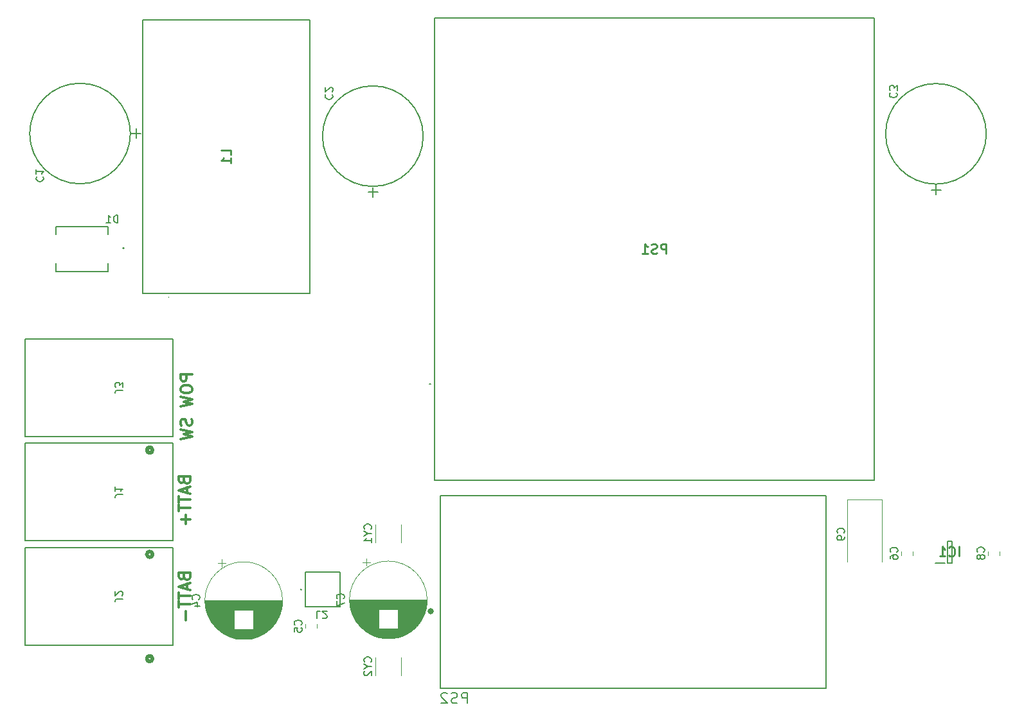
<source format=gbr>
%TF.GenerationSoftware,KiCad,Pcbnew,7.0.8*%
%TF.CreationDate,2023-12-07T15:37:41-07:00*%
%TF.ProjectId,GR-LRR-POWER-PCB,47522d4c-5252-42d5-904f-5745522d5043,rev?*%
%TF.SameCoordinates,Original*%
%TF.FileFunction,Legend,Bot*%
%TF.FilePolarity,Positive*%
%FSLAX46Y46*%
G04 Gerber Fmt 4.6, Leading zero omitted, Abs format (unit mm)*
G04 Created by KiCad (PCBNEW 7.0.8) date 2023-12-07 15:37:41*
%MOMM*%
%LPD*%
G01*
G04 APERTURE LIST*
%ADD10C,0.300000*%
%ADD11C,0.254000*%
%ADD12C,0.150000*%
%ADD13C,0.200000*%
%ADD14C,0.120000*%
%ADD15C,0.152400*%
%ADD16C,0.508000*%
%ADD17C,0.100000*%
%ADD18C,0.127000*%
%ADD19C,0.400000*%
G04 APERTURE END LIST*
D10*
X40813114Y-96602510D02*
X40884542Y-96816796D01*
X40884542Y-96816796D02*
X40955971Y-96888225D01*
X40955971Y-96888225D02*
X41098828Y-96959653D01*
X41098828Y-96959653D02*
X41313114Y-96959653D01*
X41313114Y-96959653D02*
X41455971Y-96888225D01*
X41455971Y-96888225D02*
X41527400Y-96816796D01*
X41527400Y-96816796D02*
X41598828Y-96673939D01*
X41598828Y-96673939D02*
X41598828Y-96102510D01*
X41598828Y-96102510D02*
X40098828Y-96102510D01*
X40098828Y-96102510D02*
X40098828Y-96602510D01*
X40098828Y-96602510D02*
X40170257Y-96745368D01*
X40170257Y-96745368D02*
X40241685Y-96816796D01*
X40241685Y-96816796D02*
X40384542Y-96888225D01*
X40384542Y-96888225D02*
X40527400Y-96888225D01*
X40527400Y-96888225D02*
X40670257Y-96816796D01*
X40670257Y-96816796D02*
X40741685Y-96745368D01*
X40741685Y-96745368D02*
X40813114Y-96602510D01*
X40813114Y-96602510D02*
X40813114Y-96102510D01*
X41170257Y-97531082D02*
X41170257Y-98245368D01*
X41598828Y-97388225D02*
X40098828Y-97888225D01*
X40098828Y-97888225D02*
X41598828Y-98388225D01*
X40098828Y-98673939D02*
X40098828Y-99531082D01*
X41598828Y-99102510D02*
X40098828Y-99102510D01*
X40098828Y-99816796D02*
X40098828Y-100673939D01*
X41598828Y-100245367D02*
X40098828Y-100245367D01*
X41027400Y-101173938D02*
X41027400Y-102316796D01*
X41852828Y-69940510D02*
X40352828Y-69940510D01*
X40352828Y-69940510D02*
X40352828Y-70511939D01*
X40352828Y-70511939D02*
X40424257Y-70654796D01*
X40424257Y-70654796D02*
X40495685Y-70726225D01*
X40495685Y-70726225D02*
X40638542Y-70797653D01*
X40638542Y-70797653D02*
X40852828Y-70797653D01*
X40852828Y-70797653D02*
X40995685Y-70726225D01*
X40995685Y-70726225D02*
X41067114Y-70654796D01*
X41067114Y-70654796D02*
X41138542Y-70511939D01*
X41138542Y-70511939D02*
X41138542Y-69940510D01*
X40352828Y-71726225D02*
X40352828Y-72011939D01*
X40352828Y-72011939D02*
X40424257Y-72154796D01*
X40424257Y-72154796D02*
X40567114Y-72297653D01*
X40567114Y-72297653D02*
X40852828Y-72369082D01*
X40852828Y-72369082D02*
X41352828Y-72369082D01*
X41352828Y-72369082D02*
X41638542Y-72297653D01*
X41638542Y-72297653D02*
X41781400Y-72154796D01*
X41781400Y-72154796D02*
X41852828Y-72011939D01*
X41852828Y-72011939D02*
X41852828Y-71726225D01*
X41852828Y-71726225D02*
X41781400Y-71583368D01*
X41781400Y-71583368D02*
X41638542Y-71440510D01*
X41638542Y-71440510D02*
X41352828Y-71369082D01*
X41352828Y-71369082D02*
X40852828Y-71369082D01*
X40852828Y-71369082D02*
X40567114Y-71440510D01*
X40567114Y-71440510D02*
X40424257Y-71583368D01*
X40424257Y-71583368D02*
X40352828Y-71726225D01*
X40352828Y-72869082D02*
X41852828Y-73226225D01*
X41852828Y-73226225D02*
X40781400Y-73511939D01*
X40781400Y-73511939D02*
X41852828Y-73797654D01*
X41852828Y-73797654D02*
X40352828Y-74154797D01*
X41781400Y-75797654D02*
X41852828Y-76011940D01*
X41852828Y-76011940D02*
X41852828Y-76369082D01*
X41852828Y-76369082D02*
X41781400Y-76511940D01*
X41781400Y-76511940D02*
X41709971Y-76583368D01*
X41709971Y-76583368D02*
X41567114Y-76654797D01*
X41567114Y-76654797D02*
X41424257Y-76654797D01*
X41424257Y-76654797D02*
X41281400Y-76583368D01*
X41281400Y-76583368D02*
X41209971Y-76511940D01*
X41209971Y-76511940D02*
X41138542Y-76369082D01*
X41138542Y-76369082D02*
X41067114Y-76083368D01*
X41067114Y-76083368D02*
X40995685Y-75940511D01*
X40995685Y-75940511D02*
X40924257Y-75869082D01*
X40924257Y-75869082D02*
X40781400Y-75797654D01*
X40781400Y-75797654D02*
X40638542Y-75797654D01*
X40638542Y-75797654D02*
X40495685Y-75869082D01*
X40495685Y-75869082D02*
X40424257Y-75940511D01*
X40424257Y-75940511D02*
X40352828Y-76083368D01*
X40352828Y-76083368D02*
X40352828Y-76440511D01*
X40352828Y-76440511D02*
X40424257Y-76654797D01*
X40352828Y-77154796D02*
X41852828Y-77511939D01*
X41852828Y-77511939D02*
X40781400Y-77797653D01*
X40781400Y-77797653D02*
X41852828Y-78083368D01*
X41852828Y-78083368D02*
X40352828Y-78440511D01*
X40813114Y-83902510D02*
X40884542Y-84116796D01*
X40884542Y-84116796D02*
X40955971Y-84188225D01*
X40955971Y-84188225D02*
X41098828Y-84259653D01*
X41098828Y-84259653D02*
X41313114Y-84259653D01*
X41313114Y-84259653D02*
X41455971Y-84188225D01*
X41455971Y-84188225D02*
X41527400Y-84116796D01*
X41527400Y-84116796D02*
X41598828Y-83973939D01*
X41598828Y-83973939D02*
X41598828Y-83402510D01*
X41598828Y-83402510D02*
X40098828Y-83402510D01*
X40098828Y-83402510D02*
X40098828Y-83902510D01*
X40098828Y-83902510D02*
X40170257Y-84045368D01*
X40170257Y-84045368D02*
X40241685Y-84116796D01*
X40241685Y-84116796D02*
X40384542Y-84188225D01*
X40384542Y-84188225D02*
X40527400Y-84188225D01*
X40527400Y-84188225D02*
X40670257Y-84116796D01*
X40670257Y-84116796D02*
X40741685Y-84045368D01*
X40741685Y-84045368D02*
X40813114Y-83902510D01*
X40813114Y-83902510D02*
X40813114Y-83402510D01*
X41170257Y-84831082D02*
X41170257Y-85545368D01*
X41598828Y-84688225D02*
X40098828Y-85188225D01*
X40098828Y-85188225D02*
X41598828Y-85688225D01*
X40098828Y-85973939D02*
X40098828Y-86831082D01*
X41598828Y-86402510D02*
X40098828Y-86402510D01*
X40098828Y-87116796D02*
X40098828Y-87973939D01*
X41598828Y-87545367D02*
X40098828Y-87545367D01*
X41027400Y-88473938D02*
X41027400Y-89616796D01*
X41598828Y-89045367D02*
X40455971Y-89045367D01*
D11*
X104300143Y-53978318D02*
X104300143Y-52708318D01*
X104300143Y-52708318D02*
X103816333Y-52708318D01*
X103816333Y-52708318D02*
X103695381Y-52768794D01*
X103695381Y-52768794D02*
X103634904Y-52829270D01*
X103634904Y-52829270D02*
X103574428Y-52950222D01*
X103574428Y-52950222D02*
X103574428Y-53131651D01*
X103574428Y-53131651D02*
X103634904Y-53252603D01*
X103634904Y-53252603D02*
X103695381Y-53313080D01*
X103695381Y-53313080D02*
X103816333Y-53373556D01*
X103816333Y-53373556D02*
X104300143Y-53373556D01*
X103090619Y-53917842D02*
X102909190Y-53978318D01*
X102909190Y-53978318D02*
X102606809Y-53978318D01*
X102606809Y-53978318D02*
X102485857Y-53917842D01*
X102485857Y-53917842D02*
X102425381Y-53857365D01*
X102425381Y-53857365D02*
X102364904Y-53736413D01*
X102364904Y-53736413D02*
X102364904Y-53615461D01*
X102364904Y-53615461D02*
X102425381Y-53494508D01*
X102425381Y-53494508D02*
X102485857Y-53434032D01*
X102485857Y-53434032D02*
X102606809Y-53373556D01*
X102606809Y-53373556D02*
X102848714Y-53313080D01*
X102848714Y-53313080D02*
X102969666Y-53252603D01*
X102969666Y-53252603D02*
X103030143Y-53192127D01*
X103030143Y-53192127D02*
X103090619Y-53071175D01*
X103090619Y-53071175D02*
X103090619Y-52950222D01*
X103090619Y-52950222D02*
X103030143Y-52829270D01*
X103030143Y-52829270D02*
X102969666Y-52768794D01*
X102969666Y-52768794D02*
X102848714Y-52708318D01*
X102848714Y-52708318D02*
X102546333Y-52708318D01*
X102546333Y-52708318D02*
X102364904Y-52768794D01*
X101155380Y-53978318D02*
X101881095Y-53978318D01*
X101518238Y-53978318D02*
X101518238Y-52708318D01*
X101518238Y-52708318D02*
X101639190Y-52889746D01*
X101639190Y-52889746D02*
X101760142Y-53010699D01*
X101760142Y-53010699D02*
X101881095Y-53071175D01*
D12*
X65415580Y-107814438D02*
X65463200Y-107766819D01*
X65463200Y-107766819D02*
X65510819Y-107623962D01*
X65510819Y-107623962D02*
X65510819Y-107528724D01*
X65510819Y-107528724D02*
X65463200Y-107385867D01*
X65463200Y-107385867D02*
X65367961Y-107290629D01*
X65367961Y-107290629D02*
X65272723Y-107243010D01*
X65272723Y-107243010D02*
X65082247Y-107195391D01*
X65082247Y-107195391D02*
X64939390Y-107195391D01*
X64939390Y-107195391D02*
X64748914Y-107243010D01*
X64748914Y-107243010D02*
X64653676Y-107290629D01*
X64653676Y-107290629D02*
X64558438Y-107385867D01*
X64558438Y-107385867D02*
X64510819Y-107528724D01*
X64510819Y-107528724D02*
X64510819Y-107623962D01*
X64510819Y-107623962D02*
X64558438Y-107766819D01*
X64558438Y-107766819D02*
X64606057Y-107814438D01*
X65034628Y-108433486D02*
X65510819Y-108433486D01*
X64510819Y-108100153D02*
X65034628Y-108433486D01*
X65034628Y-108433486D02*
X64510819Y-108766819D01*
X64606057Y-109052534D02*
X64558438Y-109100153D01*
X64558438Y-109100153D02*
X64510819Y-109195391D01*
X64510819Y-109195391D02*
X64510819Y-109433486D01*
X64510819Y-109433486D02*
X64558438Y-109528724D01*
X64558438Y-109528724D02*
X64606057Y-109576343D01*
X64606057Y-109576343D02*
X64701295Y-109623962D01*
X64701295Y-109623962D02*
X64796533Y-109623962D01*
X64796533Y-109623962D02*
X64939390Y-109576343D01*
X64939390Y-109576343D02*
X65510819Y-109004915D01*
X65510819Y-109004915D02*
X65510819Y-109623962D01*
X32727180Y-85750332D02*
X32012895Y-85750332D01*
X32012895Y-85750332D02*
X31870038Y-85797951D01*
X31870038Y-85797951D02*
X31774800Y-85893189D01*
X31774800Y-85893189D02*
X31727180Y-86036046D01*
X31727180Y-86036046D02*
X31727180Y-86131284D01*
X31727180Y-84750332D02*
X31727180Y-85321760D01*
X31727180Y-85036046D02*
X32727180Y-85036046D01*
X32727180Y-85036046D02*
X32584323Y-85131284D01*
X32584323Y-85131284D02*
X32489085Y-85226522D01*
X32489085Y-85226522D02*
X32441466Y-85321760D01*
X133818219Y-32794416D02*
X133770600Y-32842035D01*
X133770600Y-32842035D02*
X133722980Y-32984892D01*
X133722980Y-32984892D02*
X133722980Y-33080130D01*
X133722980Y-33080130D02*
X133770600Y-33222987D01*
X133770600Y-33222987D02*
X133865838Y-33318225D01*
X133865838Y-33318225D02*
X133961076Y-33365844D01*
X133961076Y-33365844D02*
X134151552Y-33413463D01*
X134151552Y-33413463D02*
X134294409Y-33413463D01*
X134294409Y-33413463D02*
X134484885Y-33365844D01*
X134484885Y-33365844D02*
X134580123Y-33318225D01*
X134580123Y-33318225D02*
X134675361Y-33222987D01*
X134675361Y-33222987D02*
X134722980Y-33080130D01*
X134722980Y-33080130D02*
X134722980Y-32984892D01*
X134722980Y-32984892D02*
X134675361Y-32842035D01*
X134675361Y-32842035D02*
X134627742Y-32794416D01*
X134722980Y-32461082D02*
X134722980Y-31842035D01*
X134722980Y-31842035D02*
X134342028Y-32175368D01*
X134342028Y-32175368D02*
X134342028Y-32032511D01*
X134342028Y-32032511D02*
X134294409Y-31937273D01*
X134294409Y-31937273D02*
X134246790Y-31889654D01*
X134246790Y-31889654D02*
X134151552Y-31842035D01*
X134151552Y-31842035D02*
X133913457Y-31842035D01*
X133913457Y-31842035D02*
X133818219Y-31889654D01*
X133818219Y-31889654D02*
X133770600Y-31937273D01*
X133770600Y-31937273D02*
X133722980Y-32032511D01*
X133722980Y-32032511D02*
X133722980Y-32318225D01*
X133722980Y-32318225D02*
X133770600Y-32413463D01*
X133770600Y-32413463D02*
X133818219Y-32461082D01*
X61815580Y-99485333D02*
X61863200Y-99437714D01*
X61863200Y-99437714D02*
X61910819Y-99294857D01*
X61910819Y-99294857D02*
X61910819Y-99199619D01*
X61910819Y-99199619D02*
X61863200Y-99056762D01*
X61863200Y-99056762D02*
X61767961Y-98961524D01*
X61767961Y-98961524D02*
X61672723Y-98913905D01*
X61672723Y-98913905D02*
X61482247Y-98866286D01*
X61482247Y-98866286D02*
X61339390Y-98866286D01*
X61339390Y-98866286D02*
X61148914Y-98913905D01*
X61148914Y-98913905D02*
X61053676Y-98961524D01*
X61053676Y-98961524D02*
X60958438Y-99056762D01*
X60958438Y-99056762D02*
X60910819Y-99199619D01*
X60910819Y-99199619D02*
X60910819Y-99294857D01*
X60910819Y-99294857D02*
X60958438Y-99437714D01*
X60958438Y-99437714D02*
X61006057Y-99485333D01*
X60910819Y-99818667D02*
X60910819Y-100485333D01*
X60910819Y-100485333D02*
X61910819Y-100056762D01*
X56225580Y-102945056D02*
X56273200Y-102897437D01*
X56273200Y-102897437D02*
X56320819Y-102754580D01*
X56320819Y-102754580D02*
X56320819Y-102659342D01*
X56320819Y-102659342D02*
X56273200Y-102516485D01*
X56273200Y-102516485D02*
X56177961Y-102421247D01*
X56177961Y-102421247D02*
X56082723Y-102373628D01*
X56082723Y-102373628D02*
X55892247Y-102326009D01*
X55892247Y-102326009D02*
X55749390Y-102326009D01*
X55749390Y-102326009D02*
X55558914Y-102373628D01*
X55558914Y-102373628D02*
X55463676Y-102421247D01*
X55463676Y-102421247D02*
X55368438Y-102516485D01*
X55368438Y-102516485D02*
X55320819Y-102659342D01*
X55320819Y-102659342D02*
X55320819Y-102754580D01*
X55320819Y-102754580D02*
X55368438Y-102897437D01*
X55368438Y-102897437D02*
X55416057Y-102945056D01*
X55320819Y-103849818D02*
X55320819Y-103373628D01*
X55320819Y-103373628D02*
X55797009Y-103326009D01*
X55797009Y-103326009D02*
X55749390Y-103373628D01*
X55749390Y-103373628D02*
X55701771Y-103468866D01*
X55701771Y-103468866D02*
X55701771Y-103706961D01*
X55701771Y-103706961D02*
X55749390Y-103802199D01*
X55749390Y-103802199D02*
X55797009Y-103849818D01*
X55797009Y-103849818D02*
X55892247Y-103897437D01*
X55892247Y-103897437D02*
X56130342Y-103897437D01*
X56130342Y-103897437D02*
X56225580Y-103849818D01*
X56225580Y-103849818D02*
X56273200Y-103802199D01*
X56273200Y-103802199D02*
X56320819Y-103706961D01*
X56320819Y-103706961D02*
X56320819Y-103468866D01*
X56320819Y-103468866D02*
X56273200Y-103373628D01*
X56273200Y-103373628D02*
X56225580Y-103326009D01*
X65415580Y-90288438D02*
X65463200Y-90240819D01*
X65463200Y-90240819D02*
X65510819Y-90097962D01*
X65510819Y-90097962D02*
X65510819Y-90002724D01*
X65510819Y-90002724D02*
X65463200Y-89859867D01*
X65463200Y-89859867D02*
X65367961Y-89764629D01*
X65367961Y-89764629D02*
X65272723Y-89717010D01*
X65272723Y-89717010D02*
X65082247Y-89669391D01*
X65082247Y-89669391D02*
X64939390Y-89669391D01*
X64939390Y-89669391D02*
X64748914Y-89717010D01*
X64748914Y-89717010D02*
X64653676Y-89764629D01*
X64653676Y-89764629D02*
X64558438Y-89859867D01*
X64558438Y-89859867D02*
X64510819Y-90002724D01*
X64510819Y-90002724D02*
X64510819Y-90097962D01*
X64510819Y-90097962D02*
X64558438Y-90240819D01*
X64558438Y-90240819D02*
X64606057Y-90288438D01*
X65034628Y-90907486D02*
X65510819Y-90907486D01*
X64510819Y-90574153D02*
X65034628Y-90907486D01*
X65034628Y-90907486D02*
X64510819Y-91240819D01*
X65510819Y-92097962D02*
X65510819Y-91526534D01*
X65510819Y-91812248D02*
X64510819Y-91812248D01*
X64510819Y-91812248D02*
X64653676Y-91717010D01*
X64653676Y-91717010D02*
X64748914Y-91621772D01*
X64748914Y-91621772D02*
X64796533Y-91526534D01*
X58763633Y-101107503D02*
X58287443Y-101107503D01*
X58287443Y-101107503D02*
X58287443Y-102107503D01*
X59049348Y-102012265D02*
X59096967Y-102059884D01*
X59096967Y-102059884D02*
X59192205Y-102107503D01*
X59192205Y-102107503D02*
X59430300Y-102107503D01*
X59430300Y-102107503D02*
X59525538Y-102059884D01*
X59525538Y-102059884D02*
X59573157Y-102012265D01*
X59573157Y-102012265D02*
X59620776Y-101917027D01*
X59620776Y-101917027D02*
X59620776Y-101821789D01*
X59620776Y-101821789D02*
X59573157Y-101678932D01*
X59573157Y-101678932D02*
X59001729Y-101107503D01*
X59001729Y-101107503D02*
X59620776Y-101107503D01*
X32727180Y-71994332D02*
X32012895Y-71994332D01*
X32012895Y-71994332D02*
X31870038Y-72041951D01*
X31870038Y-72041951D02*
X31774800Y-72137189D01*
X31774800Y-72137189D02*
X31727180Y-72280046D01*
X31727180Y-72280046D02*
X31727180Y-72375284D01*
X32727180Y-71613379D02*
X32727180Y-70994332D01*
X32727180Y-70994332D02*
X32346228Y-71327665D01*
X32346228Y-71327665D02*
X32346228Y-71184808D01*
X32346228Y-71184808D02*
X32298609Y-71089570D01*
X32298609Y-71089570D02*
X32250990Y-71041951D01*
X32250990Y-71041951D02*
X32155752Y-70994332D01*
X32155752Y-70994332D02*
X31917657Y-70994332D01*
X31917657Y-70994332D02*
X31822419Y-71041951D01*
X31822419Y-71041951D02*
X31774800Y-71089570D01*
X31774800Y-71089570D02*
X31727180Y-71184808D01*
X31727180Y-71184808D02*
X31727180Y-71470522D01*
X31727180Y-71470522D02*
X31774800Y-71565760D01*
X31774800Y-71565760D02*
X31822419Y-71613379D01*
X134711580Y-93349333D02*
X134759200Y-93301714D01*
X134759200Y-93301714D02*
X134806819Y-93158857D01*
X134806819Y-93158857D02*
X134806819Y-93063619D01*
X134806819Y-93063619D02*
X134759200Y-92920762D01*
X134759200Y-92920762D02*
X134663961Y-92825524D01*
X134663961Y-92825524D02*
X134568723Y-92777905D01*
X134568723Y-92777905D02*
X134378247Y-92730286D01*
X134378247Y-92730286D02*
X134235390Y-92730286D01*
X134235390Y-92730286D02*
X134044914Y-92777905D01*
X134044914Y-92777905D02*
X133949676Y-92825524D01*
X133949676Y-92825524D02*
X133854438Y-92920762D01*
X133854438Y-92920762D02*
X133806819Y-93063619D01*
X133806819Y-93063619D02*
X133806819Y-93158857D01*
X133806819Y-93158857D02*
X133854438Y-93301714D01*
X133854438Y-93301714D02*
X133902057Y-93349333D01*
X133806819Y-94206476D02*
X133806819Y-94016000D01*
X133806819Y-94016000D02*
X133854438Y-93920762D01*
X133854438Y-93920762D02*
X133902057Y-93873143D01*
X133902057Y-93873143D02*
X134044914Y-93777905D01*
X134044914Y-93777905D02*
X134235390Y-93730286D01*
X134235390Y-93730286D02*
X134616342Y-93730286D01*
X134616342Y-93730286D02*
X134711580Y-93777905D01*
X134711580Y-93777905D02*
X134759200Y-93825524D01*
X134759200Y-93825524D02*
X134806819Y-93920762D01*
X134806819Y-93920762D02*
X134806819Y-94111238D01*
X134806819Y-94111238D02*
X134759200Y-94206476D01*
X134759200Y-94206476D02*
X134711580Y-94254095D01*
X134711580Y-94254095D02*
X134616342Y-94301714D01*
X134616342Y-94301714D02*
X134378247Y-94301714D01*
X134378247Y-94301714D02*
X134283009Y-94254095D01*
X134283009Y-94254095D02*
X134235390Y-94206476D01*
X134235390Y-94206476D02*
X134187771Y-94111238D01*
X134187771Y-94111238D02*
X134187771Y-93920762D01*
X134187771Y-93920762D02*
X134235390Y-93825524D01*
X134235390Y-93825524D02*
X134283009Y-93777905D01*
X134283009Y-93777905D02*
X134378247Y-93730286D01*
D11*
X46944318Y-40980333D02*
X46944318Y-40375571D01*
X46944318Y-40375571D02*
X45674318Y-40375571D01*
X46944318Y-42068905D02*
X46944318Y-41343190D01*
X46944318Y-41706047D02*
X45674318Y-41706047D01*
X45674318Y-41706047D02*
X45855746Y-41585095D01*
X45855746Y-41585095D02*
X45976699Y-41464143D01*
X45976699Y-41464143D02*
X46037175Y-41343190D01*
D12*
X42765580Y-99577656D02*
X42813200Y-99530037D01*
X42813200Y-99530037D02*
X42860819Y-99387180D01*
X42860819Y-99387180D02*
X42860819Y-99291942D01*
X42860819Y-99291942D02*
X42813200Y-99149085D01*
X42813200Y-99149085D02*
X42717961Y-99053847D01*
X42717961Y-99053847D02*
X42622723Y-99006228D01*
X42622723Y-99006228D02*
X42432247Y-98958609D01*
X42432247Y-98958609D02*
X42289390Y-98958609D01*
X42289390Y-98958609D02*
X42098914Y-99006228D01*
X42098914Y-99006228D02*
X42003676Y-99053847D01*
X42003676Y-99053847D02*
X41908438Y-99149085D01*
X41908438Y-99149085D02*
X41860819Y-99291942D01*
X41860819Y-99291942D02*
X41860819Y-99387180D01*
X41860819Y-99387180D02*
X41908438Y-99530037D01*
X41908438Y-99530037D02*
X41956057Y-99577656D01*
X42194152Y-100434799D02*
X42860819Y-100434799D01*
X41813200Y-100196704D02*
X42527485Y-99958609D01*
X42527485Y-99958609D02*
X42527485Y-100577656D01*
X127703580Y-90809333D02*
X127751200Y-90761714D01*
X127751200Y-90761714D02*
X127798819Y-90618857D01*
X127798819Y-90618857D02*
X127798819Y-90523619D01*
X127798819Y-90523619D02*
X127751200Y-90380762D01*
X127751200Y-90380762D02*
X127655961Y-90285524D01*
X127655961Y-90285524D02*
X127560723Y-90237905D01*
X127560723Y-90237905D02*
X127370247Y-90190286D01*
X127370247Y-90190286D02*
X127227390Y-90190286D01*
X127227390Y-90190286D02*
X127036914Y-90237905D01*
X127036914Y-90237905D02*
X126941676Y-90285524D01*
X126941676Y-90285524D02*
X126846438Y-90380762D01*
X126846438Y-90380762D02*
X126798819Y-90523619D01*
X126798819Y-90523619D02*
X126798819Y-90618857D01*
X126798819Y-90618857D02*
X126846438Y-90761714D01*
X126846438Y-90761714D02*
X126894057Y-90809333D01*
X127798819Y-91285524D02*
X127798819Y-91476000D01*
X127798819Y-91476000D02*
X127751200Y-91571238D01*
X127751200Y-91571238D02*
X127703580Y-91618857D01*
X127703580Y-91618857D02*
X127560723Y-91714095D01*
X127560723Y-91714095D02*
X127370247Y-91761714D01*
X127370247Y-91761714D02*
X126989295Y-91761714D01*
X126989295Y-91761714D02*
X126894057Y-91714095D01*
X126894057Y-91714095D02*
X126846438Y-91666476D01*
X126846438Y-91666476D02*
X126798819Y-91571238D01*
X126798819Y-91571238D02*
X126798819Y-91380762D01*
X126798819Y-91380762D02*
X126846438Y-91285524D01*
X126846438Y-91285524D02*
X126894057Y-91237905D01*
X126894057Y-91237905D02*
X126989295Y-91190286D01*
X126989295Y-91190286D02*
X127227390Y-91190286D01*
X127227390Y-91190286D02*
X127322628Y-91237905D01*
X127322628Y-91237905D02*
X127370247Y-91285524D01*
X127370247Y-91285524D02*
X127417866Y-91380762D01*
X127417866Y-91380762D02*
X127417866Y-91571238D01*
X127417866Y-91571238D02*
X127370247Y-91666476D01*
X127370247Y-91666476D02*
X127322628Y-91714095D01*
X127322628Y-91714095D02*
X127227390Y-91761714D01*
X78131899Y-113282066D02*
X78131899Y-111882066D01*
X78131899Y-111882066D02*
X77598566Y-111882066D01*
X77598566Y-111882066D02*
X77465233Y-111948733D01*
X77465233Y-111948733D02*
X77398566Y-112015400D01*
X77398566Y-112015400D02*
X77331899Y-112148733D01*
X77331899Y-112148733D02*
X77331899Y-112348733D01*
X77331899Y-112348733D02*
X77398566Y-112482066D01*
X77398566Y-112482066D02*
X77465233Y-112548733D01*
X77465233Y-112548733D02*
X77598566Y-112615400D01*
X77598566Y-112615400D02*
X78131899Y-112615400D01*
X76798566Y-113215400D02*
X76598566Y-113282066D01*
X76598566Y-113282066D02*
X76265233Y-113282066D01*
X76265233Y-113282066D02*
X76131899Y-113215400D01*
X76131899Y-113215400D02*
X76065233Y-113148733D01*
X76065233Y-113148733D02*
X75998566Y-113015400D01*
X75998566Y-113015400D02*
X75998566Y-112882066D01*
X75998566Y-112882066D02*
X76065233Y-112748733D01*
X76065233Y-112748733D02*
X76131899Y-112682066D01*
X76131899Y-112682066D02*
X76265233Y-112615400D01*
X76265233Y-112615400D02*
X76531899Y-112548733D01*
X76531899Y-112548733D02*
X76665233Y-112482066D01*
X76665233Y-112482066D02*
X76731899Y-112415400D01*
X76731899Y-112415400D02*
X76798566Y-112282066D01*
X76798566Y-112282066D02*
X76798566Y-112148733D01*
X76798566Y-112148733D02*
X76731899Y-112015400D01*
X76731899Y-112015400D02*
X76665233Y-111948733D01*
X76665233Y-111948733D02*
X76531899Y-111882066D01*
X76531899Y-111882066D02*
X76198566Y-111882066D01*
X76198566Y-111882066D02*
X75998566Y-111948733D01*
X75465233Y-112015400D02*
X75398566Y-111948733D01*
X75398566Y-111948733D02*
X75265233Y-111882066D01*
X75265233Y-111882066D02*
X74931900Y-111882066D01*
X74931900Y-111882066D02*
X74798566Y-111948733D01*
X74798566Y-111948733D02*
X74731900Y-112015400D01*
X74731900Y-112015400D02*
X74665233Y-112148733D01*
X74665233Y-112148733D02*
X74665233Y-112282066D01*
X74665233Y-112282066D02*
X74731900Y-112482066D01*
X74731900Y-112482066D02*
X75531900Y-113282066D01*
X75531900Y-113282066D02*
X74665233Y-113282066D01*
D11*
X142879762Y-93902318D02*
X142879762Y-92632318D01*
X141549285Y-93781365D02*
X141609761Y-93841842D01*
X141609761Y-93841842D02*
X141791190Y-93902318D01*
X141791190Y-93902318D02*
X141912142Y-93902318D01*
X141912142Y-93902318D02*
X142093571Y-93841842D01*
X142093571Y-93841842D02*
X142214523Y-93720889D01*
X142214523Y-93720889D02*
X142275000Y-93599937D01*
X142275000Y-93599937D02*
X142335476Y-93358032D01*
X142335476Y-93358032D02*
X142335476Y-93176603D01*
X142335476Y-93176603D02*
X142275000Y-92934699D01*
X142275000Y-92934699D02*
X142214523Y-92813746D01*
X142214523Y-92813746D02*
X142093571Y-92692794D01*
X142093571Y-92692794D02*
X141912142Y-92632318D01*
X141912142Y-92632318D02*
X141791190Y-92632318D01*
X141791190Y-92632318D02*
X141609761Y-92692794D01*
X141609761Y-92692794D02*
X141549285Y-92753270D01*
X140339761Y-93902318D02*
X141065476Y-93902318D01*
X140702619Y-93902318D02*
X140702619Y-92632318D01*
X140702619Y-92632318D02*
X140823571Y-92813746D01*
X140823571Y-92813746D02*
X140944523Y-92934699D01*
X140944523Y-92934699D02*
X141065476Y-92995175D01*
D12*
X32727180Y-99506332D02*
X32012895Y-99506332D01*
X32012895Y-99506332D02*
X31870038Y-99553951D01*
X31870038Y-99553951D02*
X31774800Y-99649189D01*
X31774800Y-99649189D02*
X31727180Y-99792046D01*
X31727180Y-99792046D02*
X31727180Y-99887284D01*
X32631942Y-99077760D02*
X32679561Y-99030141D01*
X32679561Y-99030141D02*
X32727180Y-98934903D01*
X32727180Y-98934903D02*
X32727180Y-98696808D01*
X32727180Y-98696808D02*
X32679561Y-98601570D01*
X32679561Y-98601570D02*
X32631942Y-98553951D01*
X32631942Y-98553951D02*
X32536704Y-98506332D01*
X32536704Y-98506332D02*
X32441466Y-98506332D01*
X32441466Y-98506332D02*
X32298609Y-98553951D01*
X32298609Y-98553951D02*
X31727180Y-99125379D01*
X31727180Y-99125379D02*
X31727180Y-98506332D01*
X146141580Y-93327833D02*
X146189200Y-93280214D01*
X146189200Y-93280214D02*
X146236819Y-93137357D01*
X146236819Y-93137357D02*
X146236819Y-93042119D01*
X146236819Y-93042119D02*
X146189200Y-92899262D01*
X146189200Y-92899262D02*
X146093961Y-92804024D01*
X146093961Y-92804024D02*
X145998723Y-92756405D01*
X145998723Y-92756405D02*
X145808247Y-92708786D01*
X145808247Y-92708786D02*
X145665390Y-92708786D01*
X145665390Y-92708786D02*
X145474914Y-92756405D01*
X145474914Y-92756405D02*
X145379676Y-92804024D01*
X145379676Y-92804024D02*
X145284438Y-92899262D01*
X145284438Y-92899262D02*
X145236819Y-93042119D01*
X145236819Y-93042119D02*
X145236819Y-93137357D01*
X145236819Y-93137357D02*
X145284438Y-93280214D01*
X145284438Y-93280214D02*
X145332057Y-93327833D01*
X145665390Y-93899262D02*
X145617771Y-93804024D01*
X145617771Y-93804024D02*
X145570152Y-93756405D01*
X145570152Y-93756405D02*
X145474914Y-93708786D01*
X145474914Y-93708786D02*
X145427295Y-93708786D01*
X145427295Y-93708786D02*
X145332057Y-93756405D01*
X145332057Y-93756405D02*
X145284438Y-93804024D01*
X145284438Y-93804024D02*
X145236819Y-93899262D01*
X145236819Y-93899262D02*
X145236819Y-94089738D01*
X145236819Y-94089738D02*
X145284438Y-94184976D01*
X145284438Y-94184976D02*
X145332057Y-94232595D01*
X145332057Y-94232595D02*
X145427295Y-94280214D01*
X145427295Y-94280214D02*
X145474914Y-94280214D01*
X145474914Y-94280214D02*
X145570152Y-94232595D01*
X145570152Y-94232595D02*
X145617771Y-94184976D01*
X145617771Y-94184976D02*
X145665390Y-94089738D01*
X145665390Y-94089738D02*
X145665390Y-93899262D01*
X145665390Y-93899262D02*
X145713009Y-93804024D01*
X145713009Y-93804024D02*
X145760628Y-93756405D01*
X145760628Y-93756405D02*
X145855866Y-93708786D01*
X145855866Y-93708786D02*
X146046342Y-93708786D01*
X146046342Y-93708786D02*
X146141580Y-93756405D01*
X146141580Y-93756405D02*
X146189200Y-93804024D01*
X146189200Y-93804024D02*
X146236819Y-93899262D01*
X146236819Y-93899262D02*
X146236819Y-94089738D01*
X146236819Y-94089738D02*
X146189200Y-94184976D01*
X146189200Y-94184976D02*
X146141580Y-94232595D01*
X146141580Y-94232595D02*
X146046342Y-94280214D01*
X146046342Y-94280214D02*
X145855866Y-94280214D01*
X145855866Y-94280214D02*
X145760628Y-94232595D01*
X145760628Y-94232595D02*
X145713009Y-94184976D01*
X145713009Y-94184976D02*
X145665390Y-94089738D01*
X59494019Y-33010316D02*
X59446400Y-33057935D01*
X59446400Y-33057935D02*
X59398780Y-33200792D01*
X59398780Y-33200792D02*
X59398780Y-33296030D01*
X59398780Y-33296030D02*
X59446400Y-33438887D01*
X59446400Y-33438887D02*
X59541638Y-33534125D01*
X59541638Y-33534125D02*
X59636876Y-33581744D01*
X59636876Y-33581744D02*
X59827352Y-33629363D01*
X59827352Y-33629363D02*
X59970209Y-33629363D01*
X59970209Y-33629363D02*
X60160685Y-33581744D01*
X60160685Y-33581744D02*
X60255923Y-33534125D01*
X60255923Y-33534125D02*
X60351161Y-33438887D01*
X60351161Y-33438887D02*
X60398780Y-33296030D01*
X60398780Y-33296030D02*
X60398780Y-33200792D01*
X60398780Y-33200792D02*
X60351161Y-33057935D01*
X60351161Y-33057935D02*
X60303542Y-33010316D01*
X60303542Y-32629363D02*
X60351161Y-32581744D01*
X60351161Y-32581744D02*
X60398780Y-32486506D01*
X60398780Y-32486506D02*
X60398780Y-32248411D01*
X60398780Y-32248411D02*
X60351161Y-32153173D01*
X60351161Y-32153173D02*
X60303542Y-32105554D01*
X60303542Y-32105554D02*
X60208304Y-32057935D01*
X60208304Y-32057935D02*
X60113066Y-32057935D01*
X60113066Y-32057935D02*
X59970209Y-32105554D01*
X59970209Y-32105554D02*
X59398780Y-32676982D01*
X59398780Y-32676982D02*
X59398780Y-32057935D01*
X32096694Y-49901819D02*
X32096694Y-48901819D01*
X32096694Y-48901819D02*
X31858599Y-48901819D01*
X31858599Y-48901819D02*
X31715742Y-48949438D01*
X31715742Y-48949438D02*
X31620504Y-49044676D01*
X31620504Y-49044676D02*
X31572885Y-49139914D01*
X31572885Y-49139914D02*
X31525266Y-49330390D01*
X31525266Y-49330390D02*
X31525266Y-49473247D01*
X31525266Y-49473247D02*
X31572885Y-49663723D01*
X31572885Y-49663723D02*
X31620504Y-49758961D01*
X31620504Y-49758961D02*
X31715742Y-49854200D01*
X31715742Y-49854200D02*
X31858599Y-49901819D01*
X31858599Y-49901819D02*
X32096694Y-49901819D01*
X30572885Y-49901819D02*
X31144313Y-49901819D01*
X30858599Y-49901819D02*
X30858599Y-48901819D01*
X30858599Y-48901819D02*
X30953837Y-49044676D01*
X30953837Y-49044676D02*
X31049075Y-49139914D01*
X31049075Y-49139914D02*
X31144313Y-49187533D01*
X21418769Y-43847866D02*
X21371150Y-43895485D01*
X21371150Y-43895485D02*
X21323530Y-44038342D01*
X21323530Y-44038342D02*
X21323530Y-44133580D01*
X21323530Y-44133580D02*
X21371150Y-44276437D01*
X21371150Y-44276437D02*
X21466388Y-44371675D01*
X21466388Y-44371675D02*
X21561626Y-44419294D01*
X21561626Y-44419294D02*
X21752102Y-44466913D01*
X21752102Y-44466913D02*
X21894959Y-44466913D01*
X21894959Y-44466913D02*
X22085435Y-44419294D01*
X22085435Y-44419294D02*
X22180673Y-44371675D01*
X22180673Y-44371675D02*
X22275911Y-44276437D01*
X22275911Y-44276437D02*
X22323530Y-44133580D01*
X22323530Y-44133580D02*
X22323530Y-44038342D01*
X22323530Y-44038342D02*
X22275911Y-43895485D01*
X22275911Y-43895485D02*
X22228292Y-43847866D01*
X21323530Y-42895485D02*
X21323530Y-43466913D01*
X21323530Y-43181199D02*
X22323530Y-43181199D01*
X22323530Y-43181199D02*
X22180673Y-43276437D01*
X22180673Y-43276437D02*
X22085435Y-43371675D01*
X22085435Y-43371675D02*
X22037816Y-43466913D01*
D13*
%TO.C,PS1*%
X73158000Y-71204000D02*
X73158000Y-71204000D01*
X73158000Y-71204000D02*
X73258000Y-71204000D01*
X73258000Y-71204000D02*
X73258000Y-71204000D01*
X73808000Y-83904000D02*
X73808000Y-22904000D01*
X73808000Y-22904000D02*
X131708000Y-22904000D01*
X131708000Y-83904000D02*
X73808000Y-83904000D01*
X131708000Y-22904000D02*
X131708000Y-83904000D01*
X73158000Y-71204000D02*
G75*
G03*
X73258000Y-71204000I50000J0D01*
G01*
X73258000Y-71204000D02*
G75*
G03*
X73158000Y-71204000I-50000J0D01*
G01*
D14*
%TO.C,CY2*%
X69416000Y-107248425D02*
X69416000Y-109570929D01*
X65996000Y-107248425D02*
X65996000Y-109570929D01*
D15*
%TO.C,J1*%
X19852599Y-91868599D02*
X19852599Y-78965399D01*
X39308999Y-91868599D02*
X19852599Y-91868599D01*
X19852599Y-78965399D02*
X39308999Y-78965399D01*
X39308999Y-78965399D02*
X39308999Y-91868599D01*
D16*
X36662999Y-93646599D02*
G75*
G03*
X36662999Y-93646599I-381000J0D01*
G01*
D15*
%TO.C,C3*%
X139842000Y-46210400D02*
X139842000Y-44940400D01*
X140477000Y-45575400D02*
X139207000Y-45575400D01*
X146471400Y-38184000D02*
G75*
G03*
X146471400Y-38184000I-6629400J0D01*
G01*
D14*
%TO.C,C7*%
X64831000Y-94172354D02*
X64831000Y-95172354D01*
X64331000Y-94672354D02*
X65331000Y-94672354D01*
X62626000Y-99652000D02*
X72786000Y-99652000D01*
X62626000Y-99692000D02*
X72786000Y-99692000D01*
X62626000Y-99732000D02*
X72786000Y-99732000D01*
X62627000Y-99772000D02*
X72785000Y-99772000D01*
X62628000Y-99812000D02*
X72784000Y-99812000D01*
X62629000Y-99852000D02*
X72783000Y-99852000D01*
X62631000Y-99892000D02*
X72781000Y-99892000D01*
X62633000Y-99932000D02*
X72779000Y-99932000D01*
X62636000Y-99972000D02*
X72776000Y-99972000D01*
X62638000Y-100012000D02*
X72774000Y-100012000D01*
X62641000Y-100052000D02*
X72771000Y-100052000D01*
X62644000Y-100092000D02*
X72768000Y-100092000D01*
X62648000Y-100132000D02*
X72764000Y-100132000D01*
X62652000Y-100172000D02*
X72760000Y-100172000D01*
X62656000Y-100212000D02*
X72756000Y-100212000D01*
X62661000Y-100252000D02*
X72751000Y-100252000D01*
X62666000Y-100292000D02*
X72746000Y-100292000D01*
X62671000Y-100332000D02*
X72741000Y-100332000D01*
X62676000Y-100373000D02*
X72736000Y-100373000D01*
X62682000Y-100413000D02*
X72730000Y-100413000D01*
X62688000Y-100453000D02*
X72724000Y-100453000D01*
X62695000Y-100493000D02*
X72717000Y-100493000D01*
X62702000Y-100533000D02*
X72710000Y-100533000D01*
X62709000Y-100573000D02*
X72703000Y-100573000D01*
X62716000Y-100613000D02*
X72696000Y-100613000D01*
X62724000Y-100653000D02*
X72688000Y-100653000D01*
X62732000Y-100693000D02*
X72680000Y-100693000D01*
X62741000Y-100733000D02*
X72671000Y-100733000D01*
X62750000Y-100773000D02*
X72662000Y-100773000D01*
X62759000Y-100813000D02*
X72653000Y-100813000D01*
X62768000Y-100853000D02*
X72644000Y-100853000D01*
X62778000Y-100893000D02*
X72634000Y-100893000D01*
X68947000Y-100933000D02*
X72624000Y-100933000D01*
X62788000Y-100933000D02*
X66465000Y-100933000D01*
X68947000Y-100973000D02*
X72613000Y-100973000D01*
X62799000Y-100973000D02*
X66465000Y-100973000D01*
X68947000Y-101013000D02*
X72603000Y-101013000D01*
X62809000Y-101013000D02*
X66465000Y-101013000D01*
X68947000Y-101053000D02*
X72591000Y-101053000D01*
X62821000Y-101053000D02*
X66465000Y-101053000D01*
X68947000Y-101093000D02*
X72580000Y-101093000D01*
X62832000Y-101093000D02*
X66465000Y-101093000D01*
X68947000Y-101133000D02*
X72568000Y-101133000D01*
X62844000Y-101133000D02*
X66465000Y-101133000D01*
X68947000Y-101173000D02*
X72556000Y-101173000D01*
X62856000Y-101173000D02*
X66465000Y-101173000D01*
X68947000Y-101213000D02*
X72543000Y-101213000D01*
X62869000Y-101213000D02*
X66465000Y-101213000D01*
X68947000Y-101253000D02*
X72530000Y-101253000D01*
X62882000Y-101253000D02*
X66465000Y-101253000D01*
X68947000Y-101293000D02*
X72517000Y-101293000D01*
X62895000Y-101293000D02*
X66465000Y-101293000D01*
X68947000Y-101333000D02*
X72503000Y-101333000D01*
X62909000Y-101333000D02*
X66465000Y-101333000D01*
X68947000Y-101373000D02*
X72489000Y-101373000D01*
X62923000Y-101373000D02*
X66465000Y-101373000D01*
X68947000Y-101413000D02*
X72474000Y-101413000D01*
X62938000Y-101413000D02*
X66465000Y-101413000D01*
X68947000Y-101453000D02*
X72460000Y-101453000D01*
X62952000Y-101453000D02*
X66465000Y-101453000D01*
X68947000Y-101493000D02*
X72444000Y-101493000D01*
X62968000Y-101493000D02*
X66465000Y-101493000D01*
X68947000Y-101533000D02*
X72429000Y-101533000D01*
X62983000Y-101533000D02*
X66465000Y-101533000D01*
X68947000Y-101573000D02*
X72413000Y-101573000D01*
X62999000Y-101573000D02*
X66465000Y-101573000D01*
X68947000Y-101613000D02*
X72396000Y-101613000D01*
X63016000Y-101613000D02*
X66465000Y-101613000D01*
X68947000Y-101653000D02*
X72380000Y-101653000D01*
X63032000Y-101653000D02*
X66465000Y-101653000D01*
X68947000Y-101693000D02*
X72363000Y-101693000D01*
X63049000Y-101693000D02*
X66465000Y-101693000D01*
X68947000Y-101733000D02*
X72345000Y-101733000D01*
X63067000Y-101733000D02*
X66465000Y-101733000D01*
X68947000Y-101773000D02*
X72327000Y-101773000D01*
X63085000Y-101773000D02*
X66465000Y-101773000D01*
X68947000Y-101813000D02*
X72309000Y-101813000D01*
X63103000Y-101813000D02*
X66465000Y-101813000D01*
X68947000Y-101853000D02*
X72290000Y-101853000D01*
X63122000Y-101853000D02*
X66465000Y-101853000D01*
X68947000Y-101893000D02*
X72270000Y-101893000D01*
X63142000Y-101893000D02*
X66465000Y-101893000D01*
X68947000Y-101933000D02*
X72251000Y-101933000D01*
X63161000Y-101933000D02*
X66465000Y-101933000D01*
X68947000Y-101973000D02*
X72231000Y-101973000D01*
X63181000Y-101973000D02*
X66465000Y-101973000D01*
X68947000Y-102013000D02*
X72210000Y-102013000D01*
X63202000Y-102013000D02*
X66465000Y-102013000D01*
X68947000Y-102053000D02*
X72189000Y-102053000D01*
X63223000Y-102053000D02*
X66465000Y-102053000D01*
X68947000Y-102093000D02*
X72168000Y-102093000D01*
X63244000Y-102093000D02*
X66465000Y-102093000D01*
X68947000Y-102133000D02*
X72146000Y-102133000D01*
X63266000Y-102133000D02*
X66465000Y-102133000D01*
X68947000Y-102173000D02*
X72123000Y-102173000D01*
X63289000Y-102173000D02*
X66465000Y-102173000D01*
X68947000Y-102213000D02*
X72101000Y-102213000D01*
X63311000Y-102213000D02*
X66465000Y-102213000D01*
X68947000Y-102253000D02*
X72077000Y-102253000D01*
X63335000Y-102253000D02*
X66465000Y-102253000D01*
X68947000Y-102293000D02*
X72053000Y-102293000D01*
X63359000Y-102293000D02*
X66465000Y-102293000D01*
X68947000Y-102333000D02*
X72029000Y-102333000D01*
X63383000Y-102333000D02*
X66465000Y-102333000D01*
X68947000Y-102373000D02*
X72004000Y-102373000D01*
X63408000Y-102373000D02*
X66465000Y-102373000D01*
X68947000Y-102413000D02*
X71979000Y-102413000D01*
X63433000Y-102413000D02*
X66465000Y-102413000D01*
X68947000Y-102453000D02*
X71953000Y-102453000D01*
X63459000Y-102453000D02*
X66465000Y-102453000D01*
X68947000Y-102493000D02*
X71927000Y-102493000D01*
X63485000Y-102493000D02*
X66465000Y-102493000D01*
X68947000Y-102533000D02*
X71900000Y-102533000D01*
X63512000Y-102533000D02*
X66465000Y-102533000D01*
X68947000Y-102573000D02*
X71872000Y-102573000D01*
X63540000Y-102573000D02*
X66465000Y-102573000D01*
X68947000Y-102613000D02*
X71844000Y-102613000D01*
X63568000Y-102613000D02*
X66465000Y-102613000D01*
X68947000Y-102653000D02*
X71816000Y-102653000D01*
X63596000Y-102653000D02*
X66465000Y-102653000D01*
X68947000Y-102693000D02*
X71786000Y-102693000D01*
X63626000Y-102693000D02*
X66465000Y-102693000D01*
X68947000Y-102733000D02*
X71756000Y-102733000D01*
X63656000Y-102733000D02*
X66465000Y-102733000D01*
X68947000Y-102773000D02*
X71726000Y-102773000D01*
X63686000Y-102773000D02*
X66465000Y-102773000D01*
X68947000Y-102813000D02*
X71695000Y-102813000D01*
X63717000Y-102813000D02*
X66465000Y-102813000D01*
X68947000Y-102853000D02*
X71663000Y-102853000D01*
X63749000Y-102853000D02*
X66465000Y-102853000D01*
X68947000Y-102893000D02*
X71631000Y-102893000D01*
X63781000Y-102893000D02*
X66465000Y-102893000D01*
X68947000Y-102933000D02*
X71598000Y-102933000D01*
X63814000Y-102933000D02*
X66465000Y-102933000D01*
X68947000Y-102973000D02*
X71564000Y-102973000D01*
X63848000Y-102973000D02*
X66465000Y-102973000D01*
X68947000Y-103013000D02*
X71530000Y-103013000D01*
X63882000Y-103013000D02*
X66465000Y-103013000D01*
X68947000Y-103053000D02*
X71495000Y-103053000D01*
X63917000Y-103053000D02*
X66465000Y-103053000D01*
X68947000Y-103093000D02*
X71459000Y-103093000D01*
X63953000Y-103093000D02*
X66465000Y-103093000D01*
X68947000Y-103133000D02*
X71422000Y-103133000D01*
X63990000Y-103133000D02*
X66465000Y-103133000D01*
X68947000Y-103173000D02*
X71385000Y-103173000D01*
X64027000Y-103173000D02*
X66465000Y-103173000D01*
X68947000Y-103213000D02*
X71346000Y-103213000D01*
X64066000Y-103213000D02*
X66465000Y-103213000D01*
X68947000Y-103253000D02*
X71307000Y-103253000D01*
X64105000Y-103253000D02*
X66465000Y-103253000D01*
X68947000Y-103293000D02*
X71267000Y-103293000D01*
X64145000Y-103293000D02*
X66465000Y-103293000D01*
X68947000Y-103333000D02*
X71226000Y-103333000D01*
X64186000Y-103333000D02*
X66465000Y-103333000D01*
X68947000Y-103373000D02*
X71184000Y-103373000D01*
X64228000Y-103373000D02*
X66465000Y-103373000D01*
X64270000Y-103413000D02*
X71142000Y-103413000D01*
X64314000Y-103453000D02*
X71098000Y-103453000D01*
X64359000Y-103493000D02*
X71053000Y-103493000D01*
X64405000Y-103533000D02*
X71007000Y-103533000D01*
X64452000Y-103573000D02*
X70960000Y-103573000D01*
X64500000Y-103613000D02*
X70912000Y-103613000D01*
X64550000Y-103653000D02*
X70862000Y-103653000D01*
X64600000Y-103693000D02*
X70812000Y-103693000D01*
X64652000Y-103733000D02*
X70760000Y-103733000D01*
X64706000Y-103773000D02*
X70706000Y-103773000D01*
X64761000Y-103813000D02*
X70651000Y-103813000D01*
X64817000Y-103853000D02*
X70595000Y-103853000D01*
X64876000Y-103893000D02*
X70536000Y-103893000D01*
X64936000Y-103933000D02*
X70476000Y-103933000D01*
X64997000Y-103973000D02*
X70415000Y-103973000D01*
X65061000Y-104013000D02*
X70351000Y-104013000D01*
X65127000Y-104053000D02*
X70285000Y-104053000D01*
X65196000Y-104093000D02*
X70216000Y-104093000D01*
X65267000Y-104133000D02*
X70145000Y-104133000D01*
X65341000Y-104173000D02*
X70071000Y-104173000D01*
X65417000Y-104213000D02*
X69995000Y-104213000D01*
X65497000Y-104253000D02*
X69915000Y-104253000D01*
X65581000Y-104293000D02*
X69831000Y-104293000D01*
X65669000Y-104333000D02*
X69743000Y-104333000D01*
X65762000Y-104373000D02*
X69650000Y-104373000D01*
X65860000Y-104413000D02*
X69552000Y-104413000D01*
X65964000Y-104453000D02*
X69448000Y-104453000D01*
X66076000Y-104493000D02*
X69336000Y-104493000D01*
X66196000Y-104533000D02*
X69216000Y-104533000D01*
X66328000Y-104573000D02*
X69084000Y-104573000D01*
X66476000Y-104613000D02*
X68936000Y-104613000D01*
X66644000Y-104653000D02*
X68768000Y-104653000D01*
X66844000Y-104693000D02*
X68568000Y-104693000D01*
X67107000Y-104733000D02*
X68305000Y-104733000D01*
X72826000Y-99652000D02*
G75*
G03*
X72826000Y-99652000I-5120000J0D01*
G01*
%TO.C,C5*%
X58281000Y-102850471D02*
X58281000Y-103372975D01*
X56811000Y-102850471D02*
X56811000Y-103372975D01*
%TO.C,CY1*%
X69416000Y-89722425D02*
X69416000Y-92044929D01*
X65996000Y-89722425D02*
X65996000Y-92044929D01*
D15*
%TO.C,L2*%
X56796700Y-96012423D02*
X61343300Y-96012423D01*
X56796700Y-100559023D02*
X56796700Y-96012423D01*
X61343300Y-96012423D02*
X61343300Y-100559023D01*
X61343300Y-100559023D02*
X56796700Y-100559023D01*
X56288700Y-98285723D02*
G75*
G03*
X56288700Y-98285723I-76200J0D01*
G01*
%TO.C,J3*%
X19852599Y-78112599D02*
X19852599Y-65209399D01*
X39308999Y-78112599D02*
X19852599Y-78112599D01*
X19852599Y-65209399D02*
X39308999Y-65209399D01*
X39308999Y-65209399D02*
X39308999Y-78112599D01*
D16*
X36662999Y-79890599D02*
G75*
G03*
X36662999Y-79890599I-381000J0D01*
G01*
D14*
%TO.C,C6*%
X136767000Y-93254748D02*
X136767000Y-93777252D01*
X135297000Y-93254748D02*
X135297000Y-93777252D01*
D17*
%TO.C,L1*%
X38750000Y-59722000D02*
X38750000Y-59722000D01*
X38750000Y-59622000D02*
X38750000Y-59622000D01*
D13*
X35370000Y-59192000D02*
X35370000Y-23192000D01*
X57370000Y-59192000D02*
X35370000Y-59192000D01*
X35370000Y-23192000D02*
X57370000Y-23192000D01*
X57370000Y-23192000D02*
X57370000Y-59192000D01*
D17*
X38750000Y-59622000D02*
G75*
G03*
X38750000Y-59722000I0J-50000D01*
G01*
X38750000Y-59722000D02*
G75*
G03*
X38750000Y-59622000I0J50000D01*
G01*
D14*
%TO.C,C4*%
X45781000Y-94264677D02*
X45781000Y-95264677D01*
X45281000Y-94764677D02*
X46281000Y-94764677D01*
X43576000Y-99744323D02*
X53736000Y-99744323D01*
X43576000Y-99784323D02*
X53736000Y-99784323D01*
X43576000Y-99824323D02*
X53736000Y-99824323D01*
X43577000Y-99864323D02*
X53735000Y-99864323D01*
X43578000Y-99904323D02*
X53734000Y-99904323D01*
X43579000Y-99944323D02*
X53733000Y-99944323D01*
X43581000Y-99984323D02*
X53731000Y-99984323D01*
X43583000Y-100024323D02*
X53729000Y-100024323D01*
X43586000Y-100064323D02*
X53726000Y-100064323D01*
X43588000Y-100104323D02*
X53724000Y-100104323D01*
X43591000Y-100144323D02*
X53721000Y-100144323D01*
X43594000Y-100184323D02*
X53718000Y-100184323D01*
X43598000Y-100224323D02*
X53714000Y-100224323D01*
X43602000Y-100264323D02*
X53710000Y-100264323D01*
X43606000Y-100304323D02*
X53706000Y-100304323D01*
X43611000Y-100344323D02*
X53701000Y-100344323D01*
X43616000Y-100384323D02*
X53696000Y-100384323D01*
X43621000Y-100424323D02*
X53691000Y-100424323D01*
X43626000Y-100465323D02*
X53686000Y-100465323D01*
X43632000Y-100505323D02*
X53680000Y-100505323D01*
X43638000Y-100545323D02*
X53674000Y-100545323D01*
X43645000Y-100585323D02*
X53667000Y-100585323D01*
X43652000Y-100625323D02*
X53660000Y-100625323D01*
X43659000Y-100665323D02*
X53653000Y-100665323D01*
X43666000Y-100705323D02*
X53646000Y-100705323D01*
X43674000Y-100745323D02*
X53638000Y-100745323D01*
X43682000Y-100785323D02*
X53630000Y-100785323D01*
X43691000Y-100825323D02*
X53621000Y-100825323D01*
X43700000Y-100865323D02*
X53612000Y-100865323D01*
X43709000Y-100905323D02*
X53603000Y-100905323D01*
X43718000Y-100945323D02*
X53594000Y-100945323D01*
X43728000Y-100985323D02*
X53584000Y-100985323D01*
X49897000Y-101025323D02*
X53574000Y-101025323D01*
X43738000Y-101025323D02*
X47415000Y-101025323D01*
X49897000Y-101065323D02*
X53563000Y-101065323D01*
X43749000Y-101065323D02*
X47415000Y-101065323D01*
X49897000Y-101105323D02*
X53553000Y-101105323D01*
X43759000Y-101105323D02*
X47415000Y-101105323D01*
X49897000Y-101145323D02*
X53541000Y-101145323D01*
X43771000Y-101145323D02*
X47415000Y-101145323D01*
X49897000Y-101185323D02*
X53530000Y-101185323D01*
X43782000Y-101185323D02*
X47415000Y-101185323D01*
X49897000Y-101225323D02*
X53518000Y-101225323D01*
X43794000Y-101225323D02*
X47415000Y-101225323D01*
X49897000Y-101265323D02*
X53506000Y-101265323D01*
X43806000Y-101265323D02*
X47415000Y-101265323D01*
X49897000Y-101305323D02*
X53493000Y-101305323D01*
X43819000Y-101305323D02*
X47415000Y-101305323D01*
X49897000Y-101345323D02*
X53480000Y-101345323D01*
X43832000Y-101345323D02*
X47415000Y-101345323D01*
X49897000Y-101385323D02*
X53467000Y-101385323D01*
X43845000Y-101385323D02*
X47415000Y-101385323D01*
X49897000Y-101425323D02*
X53453000Y-101425323D01*
X43859000Y-101425323D02*
X47415000Y-101425323D01*
X49897000Y-101465323D02*
X53439000Y-101465323D01*
X43873000Y-101465323D02*
X47415000Y-101465323D01*
X49897000Y-101505323D02*
X53424000Y-101505323D01*
X43888000Y-101505323D02*
X47415000Y-101505323D01*
X49897000Y-101545323D02*
X53410000Y-101545323D01*
X43902000Y-101545323D02*
X47415000Y-101545323D01*
X49897000Y-101585323D02*
X53394000Y-101585323D01*
X43918000Y-101585323D02*
X47415000Y-101585323D01*
X49897000Y-101625323D02*
X53379000Y-101625323D01*
X43933000Y-101625323D02*
X47415000Y-101625323D01*
X49897000Y-101665323D02*
X53363000Y-101665323D01*
X43949000Y-101665323D02*
X47415000Y-101665323D01*
X49897000Y-101705323D02*
X53346000Y-101705323D01*
X43966000Y-101705323D02*
X47415000Y-101705323D01*
X49897000Y-101745323D02*
X53330000Y-101745323D01*
X43982000Y-101745323D02*
X47415000Y-101745323D01*
X49897000Y-101785323D02*
X53313000Y-101785323D01*
X43999000Y-101785323D02*
X47415000Y-101785323D01*
X49897000Y-101825323D02*
X53295000Y-101825323D01*
X44017000Y-101825323D02*
X47415000Y-101825323D01*
X49897000Y-101865323D02*
X53277000Y-101865323D01*
X44035000Y-101865323D02*
X47415000Y-101865323D01*
X49897000Y-101905323D02*
X53259000Y-101905323D01*
X44053000Y-101905323D02*
X47415000Y-101905323D01*
X49897000Y-101945323D02*
X53240000Y-101945323D01*
X44072000Y-101945323D02*
X47415000Y-101945323D01*
X49897000Y-101985323D02*
X53220000Y-101985323D01*
X44092000Y-101985323D02*
X47415000Y-101985323D01*
X49897000Y-102025323D02*
X53201000Y-102025323D01*
X44111000Y-102025323D02*
X47415000Y-102025323D01*
X49897000Y-102065323D02*
X53181000Y-102065323D01*
X44131000Y-102065323D02*
X47415000Y-102065323D01*
X49897000Y-102105323D02*
X53160000Y-102105323D01*
X44152000Y-102105323D02*
X47415000Y-102105323D01*
X49897000Y-102145323D02*
X53139000Y-102145323D01*
X44173000Y-102145323D02*
X47415000Y-102145323D01*
X49897000Y-102185323D02*
X53118000Y-102185323D01*
X44194000Y-102185323D02*
X47415000Y-102185323D01*
X49897000Y-102225323D02*
X53096000Y-102225323D01*
X44216000Y-102225323D02*
X47415000Y-102225323D01*
X49897000Y-102265323D02*
X53073000Y-102265323D01*
X44239000Y-102265323D02*
X47415000Y-102265323D01*
X49897000Y-102305323D02*
X53051000Y-102305323D01*
X44261000Y-102305323D02*
X47415000Y-102305323D01*
X49897000Y-102345323D02*
X53027000Y-102345323D01*
X44285000Y-102345323D02*
X47415000Y-102345323D01*
X49897000Y-102385323D02*
X53003000Y-102385323D01*
X44309000Y-102385323D02*
X47415000Y-102385323D01*
X49897000Y-102425323D02*
X52979000Y-102425323D01*
X44333000Y-102425323D02*
X47415000Y-102425323D01*
X49897000Y-102465323D02*
X52954000Y-102465323D01*
X44358000Y-102465323D02*
X47415000Y-102465323D01*
X49897000Y-102505323D02*
X52929000Y-102505323D01*
X44383000Y-102505323D02*
X47415000Y-102505323D01*
X49897000Y-102545323D02*
X52903000Y-102545323D01*
X44409000Y-102545323D02*
X47415000Y-102545323D01*
X49897000Y-102585323D02*
X52877000Y-102585323D01*
X44435000Y-102585323D02*
X47415000Y-102585323D01*
X49897000Y-102625323D02*
X52850000Y-102625323D01*
X44462000Y-102625323D02*
X47415000Y-102625323D01*
X49897000Y-102665323D02*
X52822000Y-102665323D01*
X44490000Y-102665323D02*
X47415000Y-102665323D01*
X49897000Y-102705323D02*
X52794000Y-102705323D01*
X44518000Y-102705323D02*
X47415000Y-102705323D01*
X49897000Y-102745323D02*
X52766000Y-102745323D01*
X44546000Y-102745323D02*
X47415000Y-102745323D01*
X49897000Y-102785323D02*
X52736000Y-102785323D01*
X44576000Y-102785323D02*
X47415000Y-102785323D01*
X49897000Y-102825323D02*
X52706000Y-102825323D01*
X44606000Y-102825323D02*
X47415000Y-102825323D01*
X49897000Y-102865323D02*
X52676000Y-102865323D01*
X44636000Y-102865323D02*
X47415000Y-102865323D01*
X49897000Y-102905323D02*
X52645000Y-102905323D01*
X44667000Y-102905323D02*
X47415000Y-102905323D01*
X49897000Y-102945323D02*
X52613000Y-102945323D01*
X44699000Y-102945323D02*
X47415000Y-102945323D01*
X49897000Y-102985323D02*
X52581000Y-102985323D01*
X44731000Y-102985323D02*
X47415000Y-102985323D01*
X49897000Y-103025323D02*
X52548000Y-103025323D01*
X44764000Y-103025323D02*
X47415000Y-103025323D01*
X49897000Y-103065323D02*
X52514000Y-103065323D01*
X44798000Y-103065323D02*
X47415000Y-103065323D01*
X49897000Y-103105323D02*
X52480000Y-103105323D01*
X44832000Y-103105323D02*
X47415000Y-103105323D01*
X49897000Y-103145323D02*
X52445000Y-103145323D01*
X44867000Y-103145323D02*
X47415000Y-103145323D01*
X49897000Y-103185323D02*
X52409000Y-103185323D01*
X44903000Y-103185323D02*
X47415000Y-103185323D01*
X49897000Y-103225323D02*
X52372000Y-103225323D01*
X44940000Y-103225323D02*
X47415000Y-103225323D01*
X49897000Y-103265323D02*
X52335000Y-103265323D01*
X44977000Y-103265323D02*
X47415000Y-103265323D01*
X49897000Y-103305323D02*
X52296000Y-103305323D01*
X45016000Y-103305323D02*
X47415000Y-103305323D01*
X49897000Y-103345323D02*
X52257000Y-103345323D01*
X45055000Y-103345323D02*
X47415000Y-103345323D01*
X49897000Y-103385323D02*
X52217000Y-103385323D01*
X45095000Y-103385323D02*
X47415000Y-103385323D01*
X49897000Y-103425323D02*
X52176000Y-103425323D01*
X45136000Y-103425323D02*
X47415000Y-103425323D01*
X49897000Y-103465323D02*
X52134000Y-103465323D01*
X45178000Y-103465323D02*
X47415000Y-103465323D01*
X45220000Y-103505323D02*
X52092000Y-103505323D01*
X45264000Y-103545323D02*
X52048000Y-103545323D01*
X45309000Y-103585323D02*
X52003000Y-103585323D01*
X45355000Y-103625323D02*
X51957000Y-103625323D01*
X45402000Y-103665323D02*
X51910000Y-103665323D01*
X45450000Y-103705323D02*
X51862000Y-103705323D01*
X45500000Y-103745323D02*
X51812000Y-103745323D01*
X45550000Y-103785323D02*
X51762000Y-103785323D01*
X45602000Y-103825323D02*
X51710000Y-103825323D01*
X45656000Y-103865323D02*
X51656000Y-103865323D01*
X45711000Y-103905323D02*
X51601000Y-103905323D01*
X45767000Y-103945323D02*
X51545000Y-103945323D01*
X45826000Y-103985323D02*
X51486000Y-103985323D01*
X45886000Y-104025323D02*
X51426000Y-104025323D01*
X45947000Y-104065323D02*
X51365000Y-104065323D01*
X46011000Y-104105323D02*
X51301000Y-104105323D01*
X46077000Y-104145323D02*
X51235000Y-104145323D01*
X46146000Y-104185323D02*
X51166000Y-104185323D01*
X46217000Y-104225323D02*
X51095000Y-104225323D01*
X46291000Y-104265323D02*
X51021000Y-104265323D01*
X46367000Y-104305323D02*
X50945000Y-104305323D01*
X46447000Y-104345323D02*
X50865000Y-104345323D01*
X46531000Y-104385323D02*
X50781000Y-104385323D01*
X46619000Y-104425323D02*
X50693000Y-104425323D01*
X46712000Y-104465323D02*
X50600000Y-104465323D01*
X46810000Y-104505323D02*
X50502000Y-104505323D01*
X46914000Y-104545323D02*
X50398000Y-104545323D01*
X47026000Y-104585323D02*
X50286000Y-104585323D01*
X47146000Y-104625323D02*
X50166000Y-104625323D01*
X47278000Y-104665323D02*
X50034000Y-104665323D01*
X47426000Y-104705323D02*
X49886000Y-104705323D01*
X47594000Y-104745323D02*
X49718000Y-104745323D01*
X47794000Y-104785323D02*
X49518000Y-104785323D01*
X48057000Y-104825323D02*
X49255000Y-104825323D01*
X53776000Y-99744323D02*
G75*
G03*
X53776000Y-99744323I-5120000J0D01*
G01*
%TO.C,C9*%
X132704000Y-86391000D02*
X132704000Y-94626000D01*
X128184000Y-86391000D02*
X132704000Y-86391000D01*
X128184000Y-94626000D02*
X128184000Y-86391000D01*
D18*
%TO.C,PS2*%
X74564000Y-85896000D02*
X74564000Y-111296000D01*
X74564000Y-111296000D02*
X125364000Y-111296000D01*
X125364000Y-85896000D02*
X74564000Y-85896000D01*
X125364000Y-111296000D02*
X125364000Y-85896000D01*
D19*
X73494000Y-101136000D02*
G75*
G03*
X73494000Y-101136000I-200000J0D01*
G01*
D13*
%TO.C,IC1*%
X139790000Y-94828000D02*
X140990000Y-94828000D01*
X141340000Y-91878000D02*
X141340000Y-94778000D01*
X141340000Y-94778000D02*
X141940000Y-94778000D01*
X141940000Y-91878000D02*
X141340000Y-91878000D01*
X141940000Y-94778000D02*
X141940000Y-91878000D01*
D15*
%TO.C,J2*%
X19852599Y-105624599D02*
X19852599Y-92721399D01*
X39308999Y-105624599D02*
X19852599Y-105624599D01*
X19852599Y-92721399D02*
X39308999Y-92721399D01*
X39308999Y-92721399D02*
X39308999Y-105624599D01*
D16*
X36662999Y-107402599D02*
G75*
G03*
X36662999Y-107402599I-381000J0D01*
G01*
D14*
%TO.C,C8*%
X148197000Y-93233248D02*
X148197000Y-93755752D01*
X146727000Y-93233248D02*
X146727000Y-93755752D01*
D15*
%TO.C,C2*%
X65674000Y-46519650D02*
X65674000Y-45249650D01*
X66309000Y-45884650D02*
X65039000Y-45884650D01*
X72303400Y-38493250D02*
G75*
G03*
X72303400Y-38493250I-6629400J0D01*
G01*
D18*
%TO.C,D1*%
X30747500Y-56336500D02*
X23892500Y-56336500D01*
X30747500Y-55284000D02*
X30747500Y-56336500D01*
X30747500Y-51484000D02*
X30747500Y-50431500D01*
X30747500Y-50431500D02*
X23892500Y-50431500D01*
X23892500Y-56336500D02*
X23892500Y-55284000D01*
X23892500Y-50431500D02*
X23892500Y-51484000D01*
D13*
X32920000Y-53284000D02*
G75*
G03*
X32920000Y-53284000I-100000J0D01*
G01*
D15*
%TO.C,C1*%
X35132400Y-38144000D02*
X33862400Y-38144000D01*
X34497400Y-37509000D02*
X34497400Y-38779000D01*
X33735400Y-38144000D02*
G75*
G03*
X33735400Y-38144000I-6629400J0D01*
G01*
%TD*%
M02*

</source>
